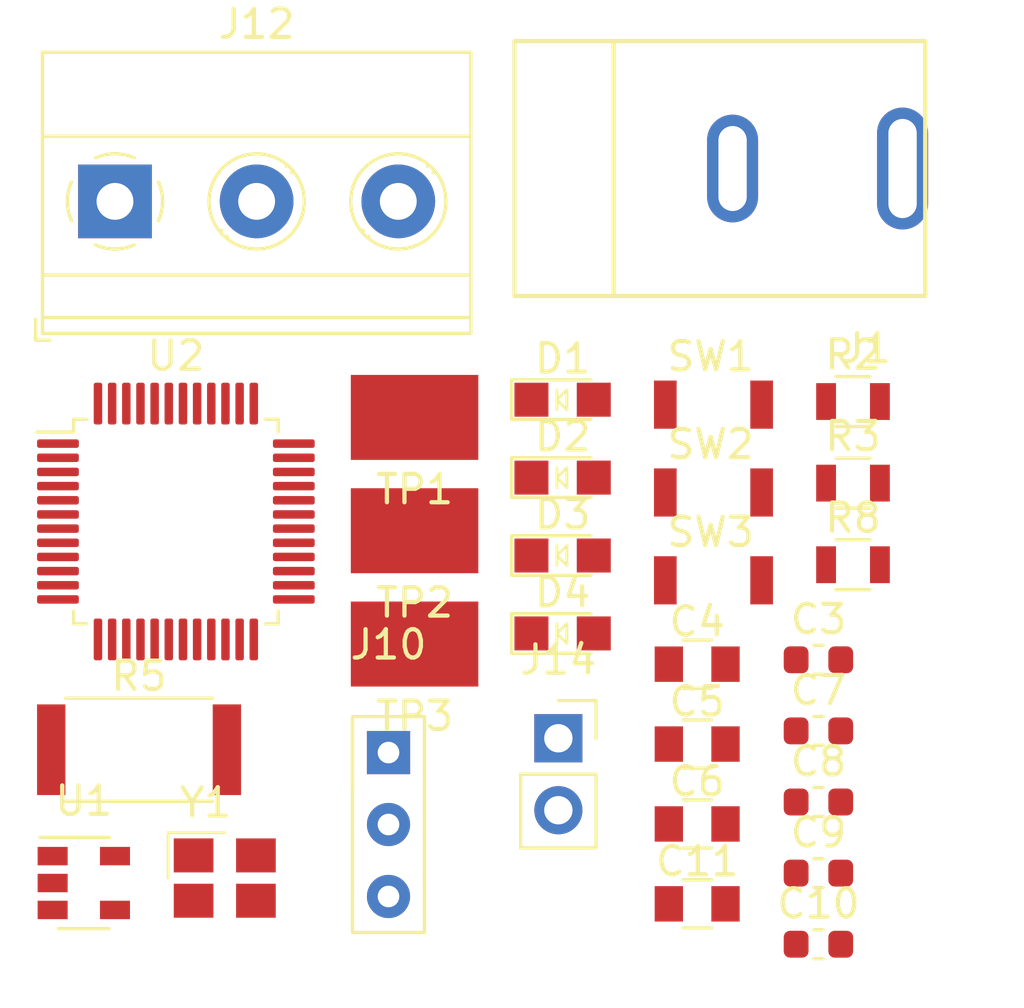
<source format=kicad_pcb>
(kicad_pcb (version 20221018) (generator pcbnew)
  (layers (0 "F.Cu" signal) (31 "B.Cu" signal) (34 "B.Paste" user) (35 "F.Paste" user) (36 "B.SilkS" user "B.Silkscreen") (37 "F.SilkS" user "F.Silkscreen") (38 "B.Mask" user) (39 "F.Mask" user) (44 "Edge.Cuts" user))
  (net 0 "")
  (net 1 "GND")
  (net 2 "+5V")
  (net 3 "Net-(C2-Pad1)")
  (net 4 "+3V3")
  (net 5 "Net-(U1-Vout)")
  (net 6 "+12V")
  (net 7 "+3.3V")
  (net 8 "Net-(D1-A)")
  (net 9 "Net-(D2-A)")
  (net 10 "Net-(D3-A)")
  (net 11 "Net-(D4-A)")
  (net 12 "/ADC7_ADC8")
  (net 13 "/PB3")
  (net 14 "/CAN1_+")
  (net 15 "/PB5")
  (net 16 "/PB6")
  (net 17 "/PB7")
  (net 18 "/CAN1_-")
  (net 19 "Net-(J14-Pin_2)")
  (net 20 "/NRST")
  (net 21 "Net-(R6-Pad2)")
  (net 22 "Net-(R7-Pad2)")
  (net 26 "Net-(U2-PD0)")
  (net 27 "Net-(U2-PD1)")
  (net 28 "/PA0_ADC0")
  (net 29 "/PA1_ADC1")
  (net 30 "/PA2_ADC2")
  (net 31 "/PA3_ADC3")
  (net 32 "/PA4_ADC4")
  (net 33 "/PA5_ADC5")
  (net 34 "/PA6_ADC6")
  (net 35 "/PA7_ADC7")
  (net 36 "/PB0_ADC8")
  (net 37 "/ADC7")
  (net 38 "/ADC8")
  (net 40 "Net-(U2-PB2)")
  (net 41 "/PB10")
  (net 42 "/PB11")
  (net 43 "/PB12")
  (net 44 "/PB13")
  (net 45 "Net-(U2-PB14)")
  (net 46 "Net-(U2-PB15)")
  (net 50 "/CAN1_RX")
  (net 51 "/CAN1_TX")
  (net 52 "/SWDIO")
  (net 53 "/SWCLK")
  (net 54 "/JTDI")
  (net 55 "/JNTRST")
  (net 56 "Net-(U2-BOOT0)")
  (net 57 "/PB8")
  (net 58 "/PB9")
  (footprint "footprints:SW_B3U-1000P_4.2x1.7mm" (layer "F.Cu") (at 97.9475 157.335)
    (fp_text reference "SW3" (at 1.6 -1.7) (layer "F.SilkS"))
    (fp_text value "SW_Push_SPST_NO")
    (pad "1" smd rect (at 0 0) (size 0.8 1.7) (layers "F.Cu" "F.Paste" "F.Mask") (net 4 "+3V3"))
    (pad "2" smd rect (at 3.4 0) (size 0.8 1.7) (layers "F.Cu" "F.Paste" "F.Mask") (net 22 "Net-(R7-Pad2)"))
  )
  (footprint "footprints:Test_Point_SMD" (layer "F.Cu") (at 89.0975 155.585)
    (fp_text reference "TP2" (at 0 2.54) (layer "F.SilkS"))
    (fp_text value "Test_Point_SMD")
    (pad "1" smd rect (at 0 0) (size 4.5 3) (layers "F.Cu" "F.Paste" "F.Mask") (net 2 "+5V"))
  )
  (footprint "footprints:SW_B3U-1000P_4.2x1.7mm" (layer "F.Cu") (at 97.9475 151.135)
    (fp_text reference "SW1" (at 1.6 -1.7) (layer "F.SilkS"))
    (fp_text value "SW_Push_SPST_NO")
    (pad "1" smd rect (at 0 0) (size 0.8 1.7) (layers "F.Cu" "F.Paste" "F.Mask") (net 20 "/NRST"))
    (pad "2" smd rect (at 3.4 0) (size 0.8 1.7) (layers "F.Cu" "F.Paste" "F.Mask") (net 1 "GND"))
  )
  (footprint "footprints:PinHeader_1x03_P2.54mm_Vertical" (layer "F.Cu") (at 88.1775 163.415)
    (fp_text reference "J10" (at 0 -3.81) (layer "F.SilkS"))
    (fp_text value "CONN_01X03")
    (fp_line (start -1.27 -1.27) (end -1.27 1.27) (stroke (width 0.12)) (layer "F.SilkS"))
    (fp_line (start -1.27 -1.27) (end -1.27 6.35) (stroke (width 0.12)) (layer "F.SilkS"))
    (fp_line (start -1.27 6.35) (end 1.27 6.35) (stroke (width 0.12)) (layer "F.SilkS"))
    (fp_line (start 1.27 -1.27) (end -1.27 -1.27) (stroke (width 0.12)) (layer "F.SilkS"))
    (fp_line (start 1.27 6.35) (end 1.27 -1.27) (stroke (width 0.12)) (layer "F.SilkS"))
    (pad "1" thru_hole rect (at 0 0) (size 1.524 1.524) (drill 0.762) (layers "*.Cu" "*.Mask") (net 37 "/ADC7"))
    (pad "2" thru_hole circle (at 0 2.54) (size 1.524 1.524) (drill 0.762) (layers "*.Cu" "*.Mask") (net 12 "/ADC7_ADC8"))
    (pad "3" thru_hole circle (at 0 5.08) (size 1.524 1.524) (drill 0.762) (layers "*.Cu" "*.Mask") (net 38 "/ADC8"))
  )
  (footprint "footprints:SOT-23-5" (layer "F.Cu") (at 77.4225 168.02)
    (fp_text reference "U1" (at 0 -2.9) (layer "F.SilkS"))
    (fp_text value "AP7370")
    (fp_line (start -0.9 1.61) (end 0.9 1.61) (stroke (width 0.12)) (layer "F.SilkS"))
    (fp_line (start 0.9 -1.61) (end -1.55 -1.61) (stroke (width 0.12)) (layer "F.SilkS"))
    (pad "1" smd rect (at -1.1 -0.95) (size 1.06 0.65) (layers "F.Cu" "F.Paste" "F.Mask") (net 6 "+12V"))
    (pad "2" smd rect (at -1.1 0) (size 1.06 0.65) (layers "F.Cu" "F.Paste" "F.Mask") (net 1 "GND"))
    (pad "3" smd rect (at -1.1 0.95) (size 1.06 0.65) (layers "F.Cu" "F.Paste" "F.Mask"))
    (pad "4" smd rect (at 1.1 0.95) (size 1.06 0.65) (layers "F.Cu" "F.Paste" "F.Mask"))
    (pad "5" smd rect (at 1.1 -0.95) (size 1.06 0.65) (layers "F.Cu" "F.Paste" "F.Mask") (net 5 "Net-(U1-Vout)"))
  )
  (footprint "footprints:R_0805_OEM" (layer "F.Cu") (at 104.5725 156.785)
    (fp_text reference "R8" (at 0 -1.65) (layer "F.SilkS"))
    (fp_text value "R_120" hide)
    (fp_line (start -0.6 -0.88) (end 0.6 -0.88) (stroke (width 0.12)) (layer "F.SilkS"))
    (fp_line (start 0.6 0.88) (end -0.6 0.88) (stroke (width 0.12)) (layer "F.SilkS"))
    (pad "1" smd rect (at -0.95 0) (size 0.7 1.3) (layers "F.Cu" "F.Paste" "F.Mask") (net 19 "Net-(J14-Pin_2)"))
    (pad "2" smd rect (at 0.95 0) (size 0.7 1.3) (layers "F.Cu" "F.Paste" "F.Mask") (net 18 "/CAN1_-"))
  )
  (footprint "footprints:SW_B3U-1000P_4.2x1.7mm" (layer "F.Cu") (at 97.9475 154.235)
    (fp_text reference "SW2" (at 1.6 -1.7) (layer "F.SilkS"))
    (fp_text value "SW_Push_SPST_NO")
    (pad "1" smd rect (at 0 0) (size 0.8 1.7) (layers "F.Cu" "F.Paste" "F.Mask") (net 4 "+3V3"))
    (pad "2" smd rect (at 3.4 0) (size 0.8 1.7) (layers "F.Cu" "F.Paste" "F.Mask") (net 21 "Net-(R6-Pad2)"))
  )
  (footprint "footprints:C_0805_OEM" (layer "F.Cu") (at 99.0725 163.115)
    (fp_text reference "C5" (at 0 -1.5) (layer "F.SilkS"))
    (fp_text value "C_1uF" hide)
    (fp_line (start -0.5 0.85) (end 0.5 0.85) (stroke (width 0.12)) (layer "F.SilkS"))
    (fp_line (start 0.5 -0.85) (end -0.5 -0.85) (stroke (width 0.12)) (layer "F.SilkS"))
    (pad "1" smd rect (at -1 0) (size 1 1.25) (layers "F.Cu" "F.Paste" "F.Mask") (net 5 "Net-(U1-Vout)"))
    (pad "2" smd rect (at 1 0) (size 1 1.25) (layers "F.Cu" "F.Paste" "F.Mask") (net 1 "GND"))
  )
  (footprint "footprints:LED_0805_OEM" (layer "F.Cu") (at 94.3225 150.96)
    (fp_text reference "D1" (at 0 -1.45) (layer "F.SilkS"))
    (fp_text value "LED_0805" hide)
    (fp_line (start -1.8 -0.7) (end -1.8 0.7) (stroke (width 0.12)) (layer "F.SilkS"))
    (fp_line (start -1.8 -0.7) (end 1 -0.7) (stroke (width 0.12)) (layer "F.SilkS"))
    (fp_line (start -1.8 0.7) (end 1 0.7) (stroke (width 0.12)) (layer "F.SilkS"))
    (fp_line (start -0.2 0) (end -0.2 -0.35) (stroke (width 0.1)) (layer "F.SilkS"))
    (fp_line (start -0.2 0) (end 0.1 -0.3) (stroke (width 0.1)) (layer "F.SilkS"))
    (fp_line (start -0.2 0.35) (end -0.2 0) (stroke (width 0.1)) (layer "F.SilkS"))
    (fp_line (start 0.1 -0.3) (end 0.15 -0.35) (stroke (width 0.1)) (layer "F.SilkS"))
    (fp_line (start 0.15 -0.35) (end 0.15 0.3) (stroke (width 0.1)) (layer "F.SilkS"))
    (fp_line (start 0.15 0.3) (end 0.15 0.35) (stroke (width 0.1)) (layer "F.SilkS"))
    (fp_line (start 0.15 0.35) (end -0.2 0) (stroke (width 0.1)) (layer "F.SilkS"))
    (fp_line (start 0.15 0.35) (end 0.15 0.3) (stroke (width 0.1)) (layer "F.SilkS"))
    (pad "1" smd rect (at -1.1 0 180) (size 1.2 1.2) (layers "F.Cu" "F.Paste" "F.Mask") (net 1 "GND"))
    (pad "2" smd rect (at 1.1 0 180) (size 1.2 1.2) (layers "F.Cu" "F.Paste" "F.Mask") (net 8 "Net-(D1-A)"))
  )
  (footprint "footprints:C_0805_OEM" (layer "F.Cu") (at 99.0725 168.755)
    (fp_text reference "C11" (at 0 -1.5) (layer "F.SilkS"))
    (fp_text value "C_0.1uF" hide)
    (fp_line (start -0.5 0.85) (end 0.5 0.85) (stroke (width 0.12)) (layer "F.SilkS"))
    (fp_line (start 0.5 -0.85) (end -0.5 -0.85) (stroke (width 0.12)) (layer "F.SilkS"))
    (pad "1" smd rect (at -1 0) (size 1 1.25) (layers "F.Cu" "F.Paste" "F.Mask") (net 7 "+3.3V"))
    (pad "2" smd rect (at 1 0) (size 1 1.25) (layers "F.Cu" "F.Paste" "F.Mask") (net 1 "GND"))
  )
  (footprint "footprints:Test_Point_SMD" (layer "F.Cu") (at 89.0975 159.585)
    (fp_text reference "TP3" (at 0 2.54) (layer "F.SilkS"))
    (fp_text value "Test_Point_SMD")
    (pad "1" smd rect (at 0 0) (size 4.5 3) (layers "F.Cu" "F.Paste" "F.Mask") (net 1 "GND"))
  )
  (footprint "footprints:Test_Point_SMD" (layer "F.Cu") (at 89.0975 151.585)
    (fp_text reference "TP1" (at 0 2.54) (layer "F.SilkS"))
    (fp_text value "Test_Point_SMD")
    (pad "1" smd rect (at 0 0) (size 4.5 3) (layers "F.Cu" "F.Paste" "F.Mask") (net 6 "+12V"))
  )
  (footprint "footprints:LED_0805_OEM" (layer "F.Cu") (at 94.3225 153.71)
    (fp_text reference "D2" (at 0 -1.45) (layer "F.SilkS"))
    (fp_text value "LED_0805" hide)
    (fp_line (start -1.8 -0.7) (end -1.8 0.7) (stroke (width 0.12)) (layer "F.SilkS"))
    (fp_line (start -1.8 -0.7) (end 1 -0.7) (stroke (width 0.12)) (layer "F.SilkS"))
    (fp_line (start -1.8 0.7) (end 1 0.7) (stroke (width 0.12)) (layer "F.SilkS"))
    (fp_line (start -0.2 0) (end -0.2 -0.35) (stroke (width 0.1)) (layer "F.SilkS"))
    (fp_line (start -0.2 0) (end 0.1 -0.3) (stroke (width 0.1)) (layer "F.SilkS"))
    (fp_line (start -0.2 0.35) (end -0.2 0) (stroke (width 0.1)) (layer "F.SilkS"))
    (fp_line (start 0.1 -0.3) (end 0.15 -0.35) (stroke (width 0.1)) (layer "F.SilkS"))
    (fp_line (start 0.15 -0.35) (end 0.15 0.3) (stroke (width 0.1)) (layer "F.SilkS"))
    (fp_line (start 0.15 0.3) (end 0.15 0.35) (stroke (width 0.1)) (layer "F.SilkS"))
    (fp_line (start 0.15 0.35) (end -0.2 0) (stroke (width 0.1)) (layer "F.SilkS"))
    (fp_line (start 0.15 0.35) (end 0.15 0.3) (stroke (width 0.1)) (layer "F.SilkS"))
    (pad "1" smd rect (at -1.1 0 180) (size 1.2 1.2) (layers "F.Cu" "F.Paste" "F.Mask") (net 1 "GND"))
    (pad "2" smd rect (at 1.1 0 180) (size 1.2 1.2) (layers "F.Cu" "F.Paste" "F.Mask") (net 9 "Net-(D2-A)"))
  )
  (footprint "Package_QFP:LQFP-48_7x7mm_P0.5mm" (layer "F.Cu") (at 80.6725 155.26)
    (fp_text reference "U2" (at 0 -5.85) (layer "F.SilkS"))
    (fp_text value "STM32F103C8Tx")
    (fp_line (start -3.61 -3.61) (end -3.61 -3.16) (stroke (width 0.12)) (layer "F.SilkS"))
    (fp_line (start -3.61 -3.16) (end -4.9 -3.16) (stroke (width 0.12)) (layer "F.SilkS"))
    (fp_line (start -3.61 3.61) (end -3.61 3.16) (stroke (width 0.12)) (layer "F.SilkS"))
    (fp_line (start -3.16 -3.61) (end -3.61 -3.61) (stroke (width 0.12)) (layer "F.SilkS"))
    (fp_line (start -3.16 3.61) (end -3.61 3.61) (stroke (width 0.12)) (layer "F.SilkS"))
    (fp_line (start 3.16 -3.61) (end 3.61 -3.61) (stroke (width 0.12)) (layer "F.SilkS"))
    (fp_line (start 3.16 3.61) (end 3.61 3.61) (stroke (width 0.12)) (layer "F.SilkS"))
    (fp_line (start 3.61 -3.61) (end 3.61 -3.16) (stroke (width 0.12)) (layer "F.SilkS"))
    (fp_line (start 3.61 3.61) (end 3.61 3.16) (stroke (width 0.12)) (layer "F.SilkS"))
    (pad "1" smd roundrect (at -4.1625 -2.75) (size 1.475 0.3) (layers "F.Cu" "F.Paste" "F.Mask") (net 4 "+3V3"))
    (pad "2" smd roundrect (at -4.1625 -2.25) (size 1.475 0.3) (layers "F.Cu" "F.Paste" "F.Mask"))
    (pad "3" smd roundrect (at -4.1625 -1.75) (size 1.475 0.3) (layers "F.Cu" "F.Paste" "F.Mask"))
    (pad "4" smd roundrect (at -4.1625 -1.25) (size 1.475 0.3) (layers "F.Cu" "F.Paste" "F.Mask"))
    (pad "5" smd roundrect (at -4.1625 -0.75) (size 1.475 0.3) (layers "F.Cu" "F.Paste" "F.Mask") (net 26 "Net-(U2-PD0)"))
    (pad "6" smd roundrect (at -4.1625 -0.25) (size 1.475 0.3) (layers "F.Cu" "F.Paste" "F.Mask") (net 27 "Net-(U2-PD1)"))
    (pad "7" smd roundrect (at -4.1625 0.25) (size 1.475 0.3) (layers "F.Cu" "F.Paste" "F.Mask") (net 20 "/NRST"))
    (pad "8" smd roundrect (at -4.1625 0.75) (size 1.475 0.3) (layers "F.Cu" "F.Paste" "F.Mask") (net 1 "GND"))
    (pad "9" smd roundrect (at -4.1625 1.25) (size 1.475 0.3) (layers "F.Cu" "F.Paste" "F.Mask") (net 4 "+3V3"))
    (pad "10" smd roundrect (at -4.1625 1.75) (size 1.475 0.3) (layers "F.Cu" "F.Paste" "F.Mask") (net 28 "/PA0_ADC0"))
    (pad "11" smd roundrect (at -4.1625 2.25) (size 1.475 0.3) (layers "F.Cu" "F.Paste" "F.Mask") (net 29 "/PA1_ADC1"))
    (pad "12" smd roundrect (at -4.1625 2.75) (size 1.475 0.3) (layers "F.Cu" "F.Paste" "F.Mask") (net 30 "/PA2_ADC2"))
    (pad "13" smd roundrect (at -2.75 4.1625) (size 0.3 1.475) (layers "F.Cu" "F.Paste" "F.Mask") (net 31 "/PA3_ADC3"))
    (pad "14" smd roundrect (at -2.25 4.1625) (size 0.3 1.475) (layers "F.Cu" "F.Paste" "F.Mask") (net 32 "/PA4_ADC4"))
    (pad "15" smd roundrect (at -1.75 4.1625) (size 0.3 1.475) (layers "F.Cu" "F.Paste" "F.Mask") (net 33 "/PA5_ADC5"))
    (pad "16" smd roundrect (at -1.25 4.1625) (size 0.3 1.475) (layers "F.Cu" "F.Paste" "F.Mask") (net 34 "/PA6_ADC6"))
    (pad "17" smd roundrect (at -0.75 4.1625) (size 0.3 1.475) (layers "F.Cu" "F.Paste" "F.Mask") (net 35 "/PA7_ADC7"))
    (pad "18" smd roundrect (at -0.25 4.1625) (size 0.3 1.475) (layers "F.Cu" "F.Paste" "F.Mask") (net 36 "/PB0_ADC8"))
    (pad "19" smd roundrect (at 0.25 4.1625) (size 0.3 1.475) (layers "F.Cu" "F.Paste" "F.Mask"))
    (pad "20" smd roundrect (at 0.75 4.1625) (size 0.3 1.475) (layers "F.Cu" "F.Paste" "F.Mask") (net 40 "Net-(U2-PB2)"))
    (pad "21" smd roundrect (at 1.25 4.1625) (size 0.3 1.475) (layers "F.Cu" "F.Paste" "F.Mask") (net 41 "/PB10"))
    (pad "22" smd roundrect (at 1.75 4.1625) (size 0.3 1.475) (layers "F.Cu" "F.Paste" "F.Mask") (net 42 "/PB11"))
    (pad "23" smd roundrect (at 2.25 4.1625) (size 0.3 1.475) (layers "F.Cu" "F.Paste" "F.Mask") (net 1 "GND"))
    (pad "24" smd roundrect (at 2.75 4.1625) (size 0.3 1.475) (layers "F.Cu" "F.Paste" "F.Mask") (net 4 "+3V3"))
    (pad "25" smd roundrect (at 4.1625 2.75) (size 1.475 0.3) (layers "F.Cu" "F.Paste" "F.Mask") (net 43 "/PB12"))
    (pad "26" smd roundrect (at 4.1625 2.25) (size 1.475 0.3) (layers "F.Cu" "F.Paste" "F.Mask") (net 44 "/PB13"))
    (pad "27" smd roundrect (at 4.1625 1.75) (size 1.475 0.3) (layers "F.Cu" "F.Paste" "F.Mask") (net 45 "Net-(U2-PB14)"))
    (pad "28" smd roundrect (at 4.1625 1.25) (size 1.475 0.3) (layers "F.Cu" "F.Paste" "F.Mask") (net 46 "Net-(U2-PB15)"))
    (pad "29" smd roundrect (at 4.1625 0.75) (size 1.475 0.3) (layers "F.Cu" "F.Paste" "F.Mask"))
    (pad "30" smd roundrect (at 4.1625 0.25) (size 1.475 0.3) (layers "F.Cu" "F.Paste" "F.Mask"))
    (pad "31" smd roundrect (at 4.1625 -0.25) (size 1.475 0.3) (layers "F.Cu" "F.Paste" "F.Mask"))
    (pad "32" smd roundrect (at 4.1625 -0.75) (size 1.475 0.3) (layers "F.Cu" "F.Paste" "F.Mask") (net 50 "/CAN1_RX"))
    (pad "33" smd roundrect (at 4.1625 -1.25) (size 1.475 0.3) (layers "F.Cu" "F.Paste" "F.Mask") (net 51 "/CAN1_TX"))
    (pad "34" smd roundrect (at 4.1625 -1.75) (size 1.475 0.3) (layers "F.Cu" "F.Paste" "F.Mask") (net 52 "/SWDIO"))
    (pad "35" smd roundrect (at 4.1625 -2.25) (size 1.475 0.3) (layers "F.Cu" "F.Paste" "F.Mask") (net 1 "GND"))
    (pad "36" smd roundrect (at 4.1625 -2.75) (size 1.475 0.3) (layers "F.Cu" "F.Paste" "F.Mask") (net 4 "+3V3"))
    (pad "37" smd roundrect (at 2.75 -4.1625) (size 0.3 1.475) (layers "F.Cu" "F.Paste" "F.Mask") (net 53 "/SWCLK"))
    (pad "38" smd roundrect (at 2.25 -4.1625) (size 0.3 1.475) (layers "F.Cu" "F.Paste" "F.Mask") (net 54 "/JTDI"))
    (pad "39" smd roundrect (at 1.75 -4.1625) (size 0.3 1.475) (layers "F.Cu" "F.Paste" "F.Mask") (net 13 "/PB3"))
    (pad "40" smd roundrect (at 1.25 -4.1625) (size 0.3 1.475) (layers "F.Cu" "F.Paste" "F.Mask") (net 55 "/JNTRST"))
    (pad "41" smd roundrect (at 0.75 -4.1625) (size 0.3 1.475) (layers "F.Cu" "F.Paste" "F.Mask") (net 15 "/PB5"))
    (pad "42" smd roundrect (at 0.25 -4.1625) (size 0.3 1.475) (layers "F.Cu" "F.Paste" "F.Mask") (net 16 "/PB6"))
    (pad "43" smd roundrect (at -0.25 -4.1625) (size 0.3 1.475) (layers "F.Cu" "F.Paste" "F.Mask") (net 17 "/PB7"))
    (pad "44" smd roundrect (at -0.75 -4.1625) (size 0.3 1.475) (layers "F.Cu" "F.Paste" "F.Mask") (net 56 "Net-(U2-BOOT0)"))
    (pad "45" smd roundrect (at -1.25 -4.1625) (size 0.3 1.475) (layers "F.Cu" "F.Paste" "F.Mask") (net 57 "/PB8"))
    (pad "46" smd roundrect (at -1.75 -4.1625) (size 0.3 1.475) (layers "F.Cu" "F.Paste" "F.Mask") (net 58 "/PB9"))
    (pad "47" smd roundrect (at -2.25 -4.1625) (size 0.3 1.475) (layers "F.Cu" "F.Paste" "F.Mask") (net 1 "GND"))
    (pad "48" smd roundrect (at -2.75 -4.1625) (size 0.3 1.475) (layers "F.Cu" "F.Paste" "F.Mask") (net 4 "+3V3"))
  )
  (footprint "footprints:C_0603_1608Metric" (layer "F.Cu") (at 103.3525 167.67)
    (fp_text reference "C9" (at 0 -1.43) (layer "F.SilkS"))
    (fp_text value "C_100nF")
    (fp_line (start -0.162779 -0.51) (end 0.162779 -0.51) (stroke (width 0.12)) (layer "F.SilkS"))
    (fp_line (start -0.162779 0.51) (end 0.162779 0.51) (stroke (width 0.12)) (layer "F.SilkS"))
    (pad "1" smd roundrect (at -0.7875 0) (size 0.875 0.95) (layers "F.Cu" "F.Paste" "F.Mask") (net 4 "+3V3"))
    (pad "2" smd roundrect (at 0.7875 0) (size 0.875 0.95) (layers "F.Cu" "F.Paste" "F.Mask") (net 1 "GND"))
  )
  (footprint "footprints:C_0805_OEM" (layer "F.Cu") (at 99.0725 165.935)
    (fp_text reference "C6" (at 0 -1.5) (layer "F.SilkS"))
    (fp_text value "C_1uF" hide)
    (fp_line (start -0.5 0.85) (end 0.5 0.85) (stroke (width 0.12)) (layer "F.SilkS"))
    (fp_line (start 0.5 -0.85) (end -0.5 -0.85) (stroke (width 0.12)) (layer "F.SilkS"))
    (pad "1" smd rect (at -1 0) (size 1 1.25) (layers "F.Cu" "F.Paste" "F.Mask") (net 4 "+3V3"))
    (pad "2" smd rect (at 1 0) (size 1 1.25) (layers "F.Cu" "F.Paste" "F.Mask") (net 1 "GND"))
  )
  (footprint "footprints:R_0805_OEM" (layer "F.Cu") (at 104.5725 153.905)
    (fp_text reference "R3" (at 0 -1.65) (layer "F.SilkS"))
    (fp_text value "R_200" hide)
    (fp_line (start -0.6 -0.88) (end 0.6 -0.88) (stroke (width 0.12)) (layer "F.SilkS"))
    (fp_line (start 0.6 0.88) (end -0.6 0.88) (stroke (width 0.12)) (layer "F.SilkS"))
    (pad "1" smd rect (at -0.95 0) (size 0.7 1.3) (layers "F.Cu" "F.Paste" "F.Mask") (net 5 "Net-(U1-Vout)"))
    (pad "2" smd rect (at 0.95 0) (size 0.7 1.3) (layers "F.Cu" "F.Paste" "F.Mask") (net 9 "Net-(D2-A)"))
  )
  (footprint "footprints:R_0805_OEM" (layer "F.Cu") (at 104.5725 151.025)
    (fp_text reference "R2" (at 0 -1.65) (layer "F.SilkS"))
    (fp_text value "R_1K" hide)
    (fp_line (start -0.6 -0.88) (end 0.6 -0.88) (stroke (width 0.12)) (layer "F.SilkS"))
    (fp_line (start 0.6 0.88) (end -0.6 0.88) (stroke (width 0.12)) (layer "F.SilkS"))
    (pad "1" smd rect (at -0.95 0) (size 0.7 1.3) (layers "F.Cu" "F.Paste" "F.Mask") (net 6 "+12V"))
    (pad "2" smd rect (at 0.95 0) (size 0.7 1.3) (layers "F.Cu" "F.Paste" "F.Mask") (net 8 "Net-(D1-A)"))
  )
  (footprint "TerminalBlock_Phoenix:TerminalBlock_Phoenix_MKDS-1,5-3_1x03_P5.00mm_Horizontal" (layer "F.Cu") (at 78.5225 143.96)
    (fp_text reference "J12" (at 5 -6.26) (layer "F.SilkS"))
    (fp_text value "Screw_Terminal_01x03")
    (fp_line (start -2.8 4.16) (end -2.8 4.9) (stroke (width 0.12)) (layer "F.SilkS"))
    (fp_line (start -2.8 4.9) (end -2.3 4.9) (stroke (width 0.12)) (layer "F.SilkS"))
    (fp_line (start -2.56 -5.261) (end -2.56 4.66) (stroke (width 0.12)) (layer "F.SilkS"))
    (fp_line (start -2.56 -5.261) (end 12.56 -5.261) (stroke (width 0.12)) (layer "F.SilkS"))
    (fp_line (start -2.56 -2.301) (end 12.56 -2.301) (stroke (width 0.12)) (layer "F.SilkS"))
    (fp_line (start -2.56 2.6) (end 12.56 2.6) (stroke (width 0.12)) (layer "F.SilkS"))
    (fp_line (start -2.56 4.1) (end 12.56 4.1) (stroke (width 0.12)) (layer "F.SilkS"))
    (fp_line (start -2.56 4.66) (end 12.56 4.66) (stroke (width 0.12)) (layer "F.SilkS"))
    (fp_line (start 3.773 1.023) (end 3.726 1.069) (stroke (width 0.12)) (layer "F.SilkS"))
    (fp_line (start 3.966 1.239) (end 3.931 1.274) (stroke (width 0.12)) (layer "F.SilkS"))
    (fp_line (start 6.07 -1.275) (end 6.035 -1.239) (stroke (width 0.12)) (layer "F.SilkS"))
    (fp_line (start 6.275 -1.069) (end 6.228 -1.023) (stroke (width 0.12)) (layer "F.SilkS"))
    (fp_line (start 8.773 1.023) (end 8.726 1.069) (stroke (width 0.12)) (layer "F.SilkS"))
    (fp_line (start 8.966 1.239) (end 8.931 1.274) (stroke (width 0.12)) (layer "F.SilkS"))
    (fp_line (start 11.07 -1.275) (end 11.035 -1.239) (stroke (width 0.12)) (layer "F.SilkS"))
    (fp_line (start 11.275 -1.069) (end 11.228 -1.023) (stroke (width 0.12)) (layer "F.SilkS"))
    (fp_line (start 12.56 -5.261) (end 12.56 4.66) (stroke (width 0.12)) (layer "F.SilkS"))
    (fp_arc (start -1.535427 0.683042) (mid -1.680501 -0.000524) (end -1.535 -0.684) (stroke (width 0.12)) (layer "F.SilkS"))
    (fp_arc (start -0.683042 -1.535427) (mid 0.000524 -1.680501) (end 0.684 -1.535) (stroke (width 0.12)) (layer "F.SilkS"))
    (fp_arc (start 0.028805 1.680253) (mid -0.335551 1.646659) (end -0.684 1.535) (stroke (width 0.12)) (layer "F.SilkS"))
    (fp_arc (start 0.683318 1.534756) (mid 0.349292 1.643288) (end 0 1.68) (stroke (width 0.12)) (layer "F.SilkS"))
    (fp_arc (start 1.535427 -0.683042) (mid 1.680501 0.000524) (end 1.535 0.684) (stroke (width 0.12)) (layer "F.SilkS"))
    (fp_circle (center 5 0) (end 6.68 0) (stroke (width 0.12)) (fill none) (layer "F.SilkS"))
    (fp_circle (center 10 0) (end 11.68 0) (stroke (width 0.12)) (fill none) (layer "F.SilkS"))
    (pad "1" thru_hole rect (at 0 0) (size 2.6 2.6) (drill 1.3) (layers "*.Cu" "*.Mask") (net 14 "/CAN1_+"))
    (pad "2" thru_hole circle (at 5 0) (size 2.6 2.6) (drill 1.3) (layers "*.Cu" "*.Mask") (net 18 "/CAN1_-"))
    (pad "3" thru_hole circle (at 10 0) (size 2.6 2.6) (drill 1.3) (layers "*.Cu" "*.Mask") (net 1 "GND"))
  )
  (footprint "footprints:R_2512_OEM" (layer "F.Cu") (at 79.3725 163.315)
    (fp_text reference "R5" (at 0 -2.6) (layer "F.SilkS"))
    (fp_text value "R_0_2512" hide)
    (fp_line (start -2.6 -1.82) (end 2.6 -1.82) (stroke (width 0.12)) (layer "F.SilkS"))
    (fp_line (start 2.6 1.82) (end -2.6 1.82) (stroke (width 0.12)) (layer "F.SilkS"))
    (pad "1" smd rect (at -3.1 0) (size 1 3.2) (layers "F.Cu" "F.Paste" "F.Mask") (net 2 "+5V"))
    (pad "2" smd rect (at 3.1 0) (size 1 3.2) (layers "F.Cu" "F.Paste" "F.Mask") (net 5 "Net-(U1-Vout)"))
  )
  (footprint "footprints:Crystal_SMD_FA238" (layer "F.Cu") (at 82.3975 167.845)
    (fp_text reference "Y1" (at -0.67564 -2.66192) (layer "F.SilkS"))
    (fp_text value "Crystal_SMD" hide)
    (fp_line (start -2 -1.6) (end -2 0) (stroke (width 0.1)) (layer "F.SilkS"))
    (fp_line (start -2 -1.6) (end 0 -1.6) (stroke (width 0.1)) (layer "F.SilkS"))
    (pad "1" smd rect (at -1.1 0.8) (size 1.4 1.2) (layers "F.Cu" "F.Mask") (net 26 "Net-(U2-PD0)"))
    (pad "2" smd rect (at 1.1 0.8) (size 1.4 1.2) (layers "F.Cu" "F.Mask") (net 1 "GND"))
    (pad "3" smd rect (at 1.1 -0.8) (size 1.4 1.2) (layers "F.Cu" "F.Mask") (net 3 "Net-(C2-Pad1)"))
    (pad "4" smd rect (at -1.1 -0.8) (size 1.4 1.2) (layers "F.Cu" "F.Mask") (net 1 "GND"))
  )
  (footprint "footprints:C_0603_1608Metric" (layer "F.Cu") (at 103.3525 162.65)
    (fp_text reference "C7" (at 0 -1.43) (layer "F.SilkS"))
    (fp_text value "C_100nF")
    (fp_line (start -0.162779 -0.51) (end 0.162779 -0.51) (stroke (width 0.12)) (layer "F.SilkS"))
    (fp_line (start -0.162779 0.51) (end 0.162779 0.51) (stroke (width 0.12)) (layer "F.SilkS"))
    (pad "1" smd roundrect (at -0.7875 0) (size 0.875 0.95) (layers "F.Cu" "F.Paste" "F.Mask") (net 4 "+3V3"))
    (pad "2" smd roundrect (at 0.7875 0) (size 0.875 0.95) (layers "F.Cu" "F.Paste" "F.Mask") (net 1 "GND"))
  )
  (footprint "footprints:C_0603_1608Metric" (layer "F.Cu") (at 103.3525 170.18)
    (fp_text reference "C10" (at 0 -1.43) (layer "F.SilkS"))
    (fp_text value "C_100nF")
    (fp_line (start -0.162779 -0.51) (end 0.162779 -0.51) (stroke (width 0.12)) (layer "F.SilkS"))
    (fp_line (start -0.162779 0.51) (end 0.162779 0.51) (stroke (width 0.12)) (layer "F.SilkS"))
    (pad "1" smd roundrect (at -0.7875 0) (size 0.875 0.95) (layers "F.Cu" "F.Paste" "F.Mask") (net 4 "+3V3"))
    (pad "2" smd roundrect (at 0.7875 0) (size 0.875 0.95) (layers "F.Cu" "F.Paste" "F.Mask") (net 1 "GND"))
  )
  (footprint "Connector_PinSocket_2.54mm:PinSocket_1x02_P2.54mm_Vertical" (layer "F.Cu") (at 94.1725 162.91)
    (fp_text reference "J14" (at 0 -2.77) (layer "F.SilkS"))
    (fp_text value "CONN_01x02")
    (fp_line (start -1.33 1.27) (end -1.33 3.87) (stroke (width 0.12)) (layer "F.SilkS"))
    (fp_line (start -1.33 1.27) (end 1.33 1.27) (stroke (width 0.12)) (layer "F.SilkS"))
    (fp_line (start -1.33 3.87) (end 1.33 3.87) (stroke (width 0.12)) (layer "F.SilkS"))
    (fp_line (start 0 -1.33) (end 1.33 -1.33) (stroke (width 0.12)) (layer "F.SilkS"))
    (fp_line (start 1.33 -1.33) (end 1.33 0) (stroke (width 0.12)) (layer "F.SilkS"))
    (fp_line (start 1.33 1.27) (end 1.33 3.87) (stroke (width 0.12)) (layer "F.SilkS"))
    (pad "1" thru_hole rect (at 0 0) (size 1.7 1.7) (drill 1) (layers "*.Cu" "*.Mask") (net 14 "/CAN1_+"))
    (pad "2" thru_hole oval (at 0 2.54) (size 1.7 1.7) (drill 1) (layers "*.Cu" "*.Mask") (net 19 "Net-(J14-Pin_2)"))
  )
  (footprint "footprints:C_0603_1608Metric" (layer "F.Cu") (at 103.3525 160.14)
    (fp_text reference "C3" (at 0 -1.43) (layer "F.SilkS"))
    (fp_text value "C_100nF")
    (fp_line (start -0.162779 -0.51) (end 0.162779 -0.51) (stroke (width 0.12)) (layer "F.SilkS"))
    (fp_line (start -0.162779 0.51) (end 0.162779 0.51) (stroke (width 0.12)) (layer "F.SilkS"))
    (pad "1" smd roundrect (at -0.7875 0) (size 0.875 0.95) (layers "F.Cu" "F.Paste" "F.Mask") (net 4 "+3V3"))
    (pad "2" smd roundrect (at 0.7875 0) (size 0.875 0.95) (layers "F.Cu" "F.Paste" "F.Mask") (net 1 "GND"))
  )
  (footprint "footprints:barrel_jack_PJ-037A" (layer "F.Cu") (at 106.3225 142.8)
    (fp_text reference "J1" (at -1.27 6.35) (layer "F.SilkS"))
    (fp_text value "Barrel_jack")
    (fp_line (start -13.7 -4.5) (end -13.7 4.5) (stroke (width 0.15)) (layer "F.SilkS"))
    (fp_line (start -13.7 -4.5) (end 0.8 -4.5) (stroke (width 0.15)) (layer "F.SilkS"))
    (fp_line (start -13.7 4.5) (end 0.8 4.5) (stroke (width 0.15)) (layer "F.SilkS"))
    (fp_line (start -10.2 -4.5) (end -10.2 4.5) (stroke (width 0.15)) (layer "F.SilkS"))
    (fp_line (start 0.8 -4.5) (end 0.8 4.5) (stroke (width 0.15)) (layer "F.SilkS"))
    (pad "1" thru_hole oval (at 0 0) (size 1.8 4.3) (drill oval 1 3.5) (layers "*.Cu" "*.Mask") (net 6 "+12V"))
    (pad "2" thru_hole oval (at -6 0) (size 1.8 3.8) (drill oval 1 3) (layers "*.Cu" "*.Mask") (net 1 "GND"))
  )
  (footprint "footprints:LED_0805_OEM" (layer "F.Cu") (at 94.3225 156.46)
    (fp_text reference "D3" (at 0 -1.45) (layer "F.SilkS"))
    (fp_text value "LED_0805" hide)
    (fp_line (start -1.8 -0.7) (end -1.8 0.7) (stroke (width 0.12)) (layer "F.SilkS"))
    (fp_line (start -1.8 -0.7) (end 1 -0.7) (stroke (width 0.12)) (layer "F.SilkS"))
    (fp_line (start -1.8 0.7) (end 1 0.7) (stroke (width 0.12)) (layer "F.SilkS"))
    (fp_line (start -0.2 0) (end -0.2 -0.35) (stroke (width 0.1)) (layer "F.SilkS"))
    (fp_line (start -0.2 0) (end 0.1 -0.3) (stroke (width 0.1)) (layer "F.SilkS"))
    (fp_line (start -0.2 0.35) (end -0.2 0) (stroke (width 0.1)) (layer "F.SilkS"))
    (fp_line (start 0.1 -0.3) (end 0.15 -0.35) (stroke (width 0.1)) (layer "F.SilkS"))
    (fp_line (start 0.15 -0.35) (end 0.15 0.3) (stroke (width 0.1)) (layer "F.SilkS"))
    (fp_line (start 0.15 0.3) (end 0.15 0.35) (stroke (width 0.1)) (layer "F.SilkS"))
    (fp_line (start 0.15 0.35) (end -0.2 0) (stroke (width 0.1)) (layer "F.SilkS"))
    (fp_line (start 0.15 0.35) (end 0.15 0.3) (stroke (width 0.1)) (layer "F.SilkS"))
    (pad "1" smd rect (at -1.1 0 180) (size 1.2 1.2) (layers "F.Cu" "F.Paste" "F.Mask") (net 1 "GND"))
    (pad "2" smd rect (at 1.1 0 180) (size 1.2 1.2) (layers "F.Cu" "F.Paste" "F.Mask") (net 10 "Net-(D3-A)"))
  )
  (footprint "footprints:C_0805_OEM" (layer "F.Cu") (at 99.0725 160.295)
    (fp_text reference "C4" (at 0 -1.5) (layer "F.SilkS"))
    (fp_text value "C_1uF" hide)
    (fp_line (start -0.5 0.85) (end 0.5 0.85) (stroke (width 0.12)) (layer "F.SilkS"))
    (fp_line (start 0.5 -0.85) (end -0.5 -0.85) (stroke (width 0.12)) (layer "F.SilkS"))
    (pad "1" smd rect (at -1 0) (size 1 1.25) (layers "F.Cu" "F.Paste" "F.Mask") (net 6 "+12V"))
    (pad "2" smd rect (at 1 0) (size 1 1.25) (layers "F.Cu" "F.Paste" "F.Mask") (net 1 "GND"))
  )
  (footprint "footprints:LED_0805_OEM" (layer "F.Cu") (at 94.3225 159.21)
    (fp_text reference "D4" (at 0 -1.45) (layer "F.SilkS"))
    (fp_text value "LED_0805_Amber" hide)
    (fp_line (start -1.8 -0.7) (end -1.8 0.7) (stroke (width 0.12)) (layer "F.SilkS"))
    (fp_line (start -1.8 -0.7) (end 1 -0.7) (stroke (width 0.12)) (layer "F.SilkS"))
    (fp_line (start -1.8 0.7) (end 1 0.7) (stroke (width 0.12)) (layer "F.SilkS"))
    (fp_line (start -0.2 0) (end -0.2 -0.35) (stroke (width 0.1)) (layer "F.SilkS"))
    (fp_line (start -0.2 0) (end 0.1 -0.3) (stroke (width 0.1)) (layer "F.SilkS"))
    (fp_line (start -0.2 0.35) (end -0.2 0) (stroke (width 0.1)) (layer "F.SilkS"))
    (fp_line (start 0.1 -0.3) (end 0.15 -0.35) (stroke (width 0.1)) (layer "F.SilkS"))
    (fp_line (start 0.15 -0.35) (end 0.15 0.3) (stroke (width 0.1)) (layer "F.SilkS"))
    (fp_line (start 0.15 0.3) (end 0.15 0.35) (stroke (width 0.1)) (layer "F.SilkS"))
    (fp_line (start 0.15 0.35) (end -0.2 0) (stroke (width 0.1)) (layer "F.SilkS"))
    (fp_line (start 0.15 0.35) (end 0.15 0.3) (stroke (width 0.1)) (layer "F.SilkS"))
    (pad "1" smd rect (at -1.1 0 180) (size 1.2 1.2) (layers "F.Cu" "F.Paste" "F.Mask") (net 1 "GND"))
    (pad "2" smd rect (at 1.1 0 180) (size 1.2 1.2) (layers "F.Cu" "F.Paste" "F.Mask") (net 11 "Net-(D4-A)"))
  )
  (footprint "footprints:C_0603_1608Metric" (layer "F.Cu") (at 103.3525 165.16)
    (fp_text reference "C8" (at 0 -1.43) (layer "F.SilkS"))
    (fp_text value "C_100nF")
    (fp_line (start -0.162779 -0.51) (end 0.162779 -0.51) (stroke (width 0.12)) (layer "F.SilkS"))
    (fp_line (start -0.162779 0.51) (end 0.162779 0.51) (stroke (width 0.12)) (layer "F.SilkS"))
    (pad "1" smd roundrect (at -0.7875 0) (size 0.875 0.95) (layers "F.Cu" "F.Paste" "F.Mask") (net 4 "+3V3"))
    (pad "2" smd roundrect (at 0.7875 0) (size 0.875 0.95) (layers "F.Cu" "F.Paste" "F.Mask") (net 1 "GND"))
  )
)
</source>
